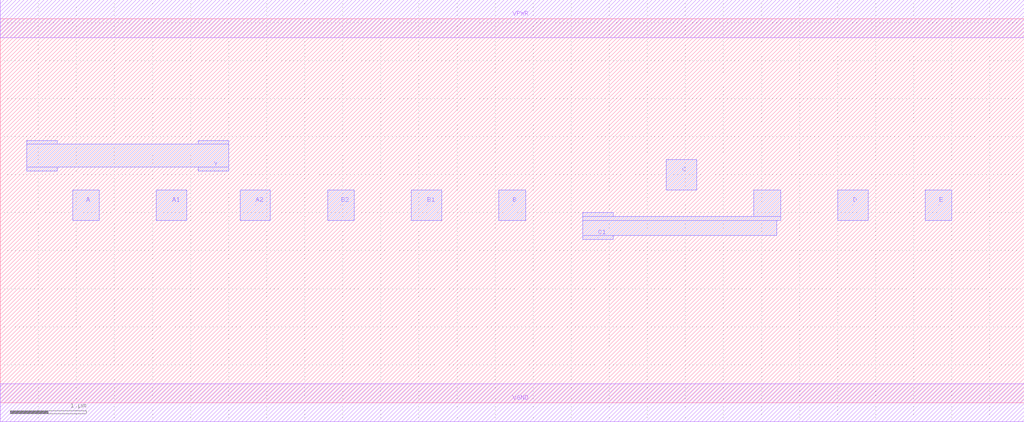
<source format=lef>
VERSION 5.7 ;
  NOWIREEXTENSIONATPIN ON ;
  DIVIDERCHAR "/" ;
  BUSBITCHARS "[]" ;
MACRO AAAOAOI33211
  CLASS CORE ;
  FOREIGN AAAOAOI33211 ;
  ORIGIN 0.000 0.000 ;
  SIZE 13.450 BY 5.050 ;
  SYMMETRY X Y R90 ;
  SITE unit ;
  PIN VPWR
    DIRECTION INOUT ;
    USE POWER ;
    SHAPE ABUTMENT ;
    PORT
      LAYER Metal1 ;
        RECT 0.000 4.800 13.450 5.300 ;
    END
  END VPWR
  PIN VGND
    DIRECTION INOUT ;
    USE GROUND ;
    SHAPE ABUTMENT ;
    PORT
      LAYER Metal1 ;
        RECT 0.000 -0.250 13.450 0.250 ;
    END
  END VGND
  PIN Y
    DIRECTION INOUT ;
    USE SIGNAL ;
    SHAPE ABUTMENT ;
    PORT
      LAYER Metal2 ;
        RECT 0.350 3.400 0.750 3.450 ;
        RECT 2.600 3.400 3.000 3.450 ;
        RECT 0.350 3.100 3.000 3.400 ;
        RECT 0.350 3.050 0.750 3.100 ;
        RECT 2.600 3.050 3.000 3.100 ;
    END
  END Y
  PIN A2
    DIRECTION INOUT ;
    USE SIGNAL ;
    SHAPE ABUTMENT ;
    PORT
      LAYER Metal2 ;
        RECT 3.150 2.400 3.550 2.800 ;
    END
  END A2
  PIN C1
    DIRECTION INOUT ;
    USE SIGNAL ;
    SHAPE ABUTMENT ;
    PORT
      LAYER Metal2 ;
        RECT 7.650 2.450 8.050 2.500 ;
        RECT 9.900 2.450 10.250 2.800 ;
        RECT 7.650 2.400 10.250 2.450 ;
        RECT 7.650 2.200 10.200 2.400 ;
        RECT 7.650 2.150 8.050 2.200 ;
    END
  END C1
  PIN A
    DIRECTION INOUT ;
    USE SIGNAL ;
    SHAPE ABUTMENT ;
    PORT
      LAYER Metal2 ;
        RECT 0.950 2.400 1.300 2.800 ;
    END
  END A
  PIN B2
    DIRECTION INOUT ;
    USE SIGNAL ;
    SHAPE ABUTMENT ;
    PORT
      LAYER Metal2 ;
        RECT 4.300 2.400 4.650 2.800 ;
    END
  END B2
  PIN C
    DIRECTION INOUT ;
    USE SIGNAL ;
    SHAPE ABUTMENT ;
    PORT
      LAYER Metal2 ;
        RECT 8.750 2.800 9.150 3.200 ;
    END
  END C
  PIN E
    DIRECTION INOUT ;
    USE SIGNAL ;
    SHAPE ABUTMENT ;
    PORT
      LAYER Metal2 ;
        RECT 12.150 2.400 12.500 2.800 ;
    END
  END E
  PIN B1
    DIRECTION INOUT ;
    USE SIGNAL ;
    SHAPE ABUTMENT ;
    PORT
      LAYER Metal2 ;
        RECT 5.400 2.400 5.800 2.800 ;
    END
  END B1
  PIN D
    DIRECTION INOUT ;
    USE SIGNAL ;
    SHAPE ABUTMENT ;
    PORT
      LAYER Metal2 ;
        RECT 11.000 2.400 11.400 2.800 ;
    END
  END D
  PIN A1
    DIRECTION INOUT ;
    USE SIGNAL ;
    SHAPE ABUTMENT ;
    PORT
      LAYER Metal2 ;
        RECT 2.050 2.400 2.450 2.800 ;
    END
  END A1
  PIN B
    DIRECTION INOUT ;
    USE SIGNAL ;
    SHAPE ABUTMENT ;
    PORT
      LAYER Metal2 ;
        RECT 6.550 2.400 6.900 2.800 ;
    END
  END B
END AAAOAOI33211
END LIBRARY


</source>
